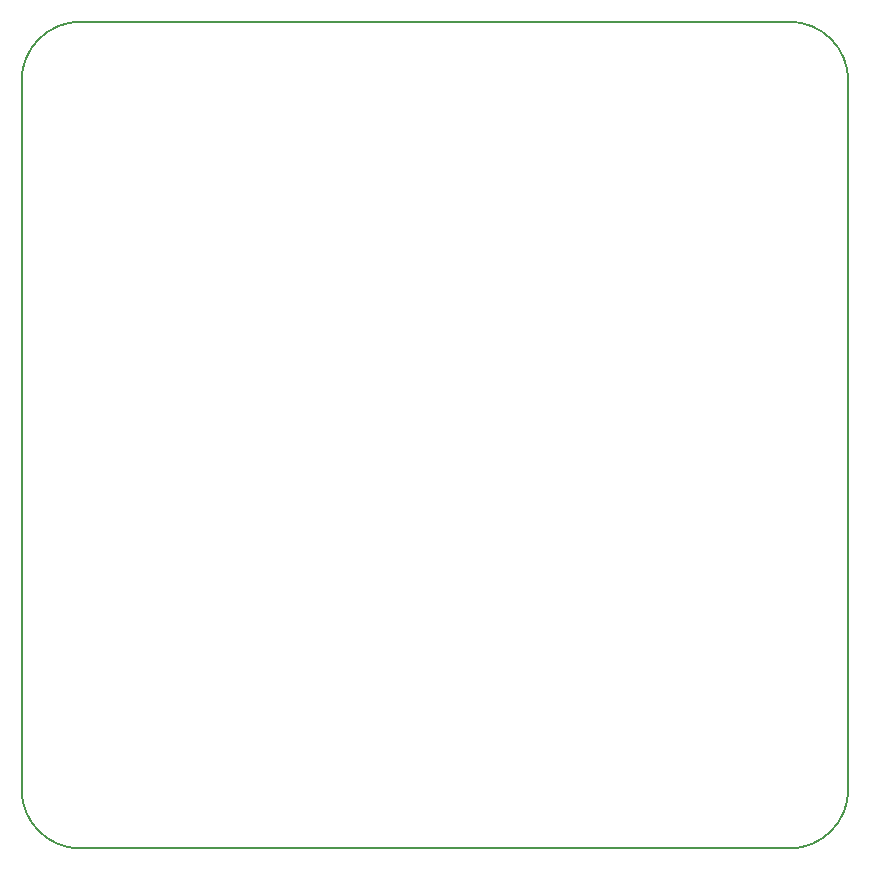
<source format=gko>
G04 DipTrace Beta 2.9.0.1*
G04 TeensyArbotixPro.gko*
%MOIN*%
G04 #@! TF.FileFunction,Profile*
G04 #@! TF.Part,Single*
%ADD11C,0.005512*%
%FSLAX26Y26*%
G04*
G70*
G90*
G75*
G01*
G04 BoardOutline*
%LPD*%
X590850Y394000D2*
D11*
X2953055D1*
G03X3149906Y590850I0J196850D01*
G01*
Y2953055D1*
G03X2953055Y3149906I-196850J0D01*
G01*
X590850D1*
G03X394000Y2953055I0J-196850D01*
G01*
Y590850D1*
G03X590850Y394000I196850J0D01*
G01*
M02*

</source>
